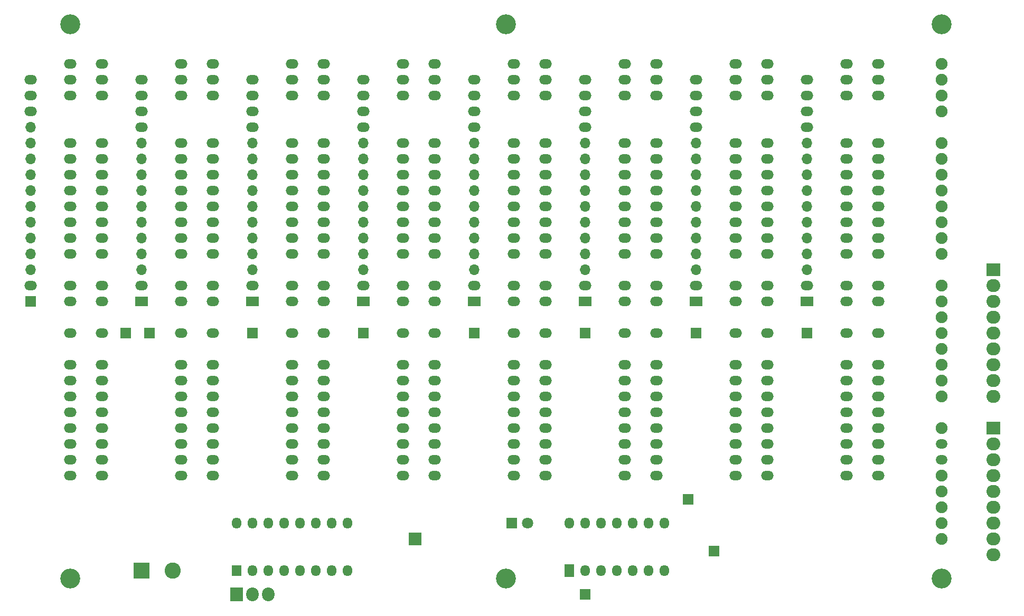
<source format=gbr>
%TF.GenerationSoftware,KiCad,Pcbnew,(5.1.8)-1*%
%TF.CreationDate,2025-08-13T23:43:51+03:00*%
%TF.ProjectId,Regs-v6,52656773-2d76-4362-9e6b-696361645f70,rev?*%
%TF.SameCoordinates,Original*%
%TF.FileFunction,Soldermask,Top*%
%TF.FilePolarity,Negative*%
%FSLAX46Y46*%
G04 Gerber Fmt 4.6, Leading zero omitted, Abs format (unit mm)*
G04 Created by KiCad (PCBNEW (5.1.8)-1) date 2025-08-13 23:43:51*
%MOMM*%
%LPD*%
G01*
G04 APERTURE LIST*
%ADD10R,1.700000X1.700000*%
%ADD11C,1.800000*%
%ADD12R,1.800000X1.800000*%
%ADD13O,2.000000X1.500000*%
%ADD14O,1.700000X1.700000*%
%ADD15R,2.000000X1.500000*%
%ADD16O,2.200000X2.100000*%
%ADD17R,2.200000X2.100000*%
%ADD18O,1.900000X1.900000*%
%ADD19O,1.900000X1.500000*%
%ADD20C,2.600000*%
%ADD21R,2.600000X2.600000*%
%ADD22O,1.500000X1.800000*%
%ADD23R,1.500000X2.000000*%
%ADD24R,1.500000X1.800000*%
%ADD25R,2.000000X2.000000*%
%ADD26O,2.000000X2.200000*%
%ADD27R,2.000000X2.200000*%
%ADD28C,3.200000*%
G04 APERTURE END LIST*
D10*
%TO.C,J24*%
X69850000Y-67310000D03*
%TD*%
%TO.C,J23*%
X123190000Y-67310000D03*
%TD*%
%TO.C,J22*%
X31750000Y-67310000D03*
%TD*%
%TO.C,J21*%
X105410000Y-67310000D03*
%TD*%
%TO.C,J10*%
X140970000Y-67310000D03*
%TD*%
%TO.C,J9*%
X121920000Y-93980000D03*
%TD*%
D11*
%TO.C,D1*%
X96202500Y-97790000D03*
D12*
X93662500Y-97790000D03*
%TD*%
D13*
%TO.C,J8*%
X16510000Y-26670000D03*
X16510000Y-29210000D03*
X16510000Y-31750000D03*
D14*
X16510000Y-34290000D03*
X16510000Y-36830000D03*
X16510000Y-39370000D03*
X16510000Y-41910000D03*
X16510000Y-44450000D03*
X16510000Y-46990000D03*
X16510000Y-49530000D03*
X16510000Y-52070000D03*
X16510000Y-54610000D03*
X16510000Y-57150000D03*
D13*
X16510000Y-59690000D03*
D10*
X16510000Y-62230000D03*
%TD*%
D13*
%TO.C,J7*%
X34290000Y-26670000D03*
X34290000Y-29210000D03*
X34290000Y-31750000D03*
X34290000Y-34290000D03*
D14*
X34290000Y-36830000D03*
X34290000Y-39370000D03*
X34290000Y-41910000D03*
X34290000Y-44450000D03*
X34290000Y-46990000D03*
X34290000Y-49530000D03*
X34290000Y-52070000D03*
X34290000Y-54610000D03*
X34290000Y-57150000D03*
D13*
X34290000Y-59690000D03*
D15*
X34290000Y-62230000D03*
%TD*%
D13*
%TO.C,J6*%
X52070000Y-26670000D03*
X52070000Y-29210000D03*
X52070000Y-31750000D03*
X52070000Y-34290000D03*
D14*
X52070000Y-36830000D03*
X52070000Y-39370000D03*
X52070000Y-41910000D03*
X52070000Y-44450000D03*
X52070000Y-46990000D03*
X52070000Y-49530000D03*
X52070000Y-52070000D03*
X52070000Y-54610000D03*
X52070000Y-57150000D03*
D13*
X52070000Y-59690000D03*
D15*
X52070000Y-62230000D03*
%TD*%
D13*
%TO.C,J5*%
X69850000Y-26670000D03*
X69850000Y-29210000D03*
X69850000Y-31750000D03*
X69850000Y-34290000D03*
D14*
X69850000Y-36830000D03*
X69850000Y-39370000D03*
X69850000Y-41910000D03*
X69850000Y-44450000D03*
X69850000Y-46990000D03*
X69850000Y-49530000D03*
X69850000Y-52070000D03*
X69850000Y-54610000D03*
X69850000Y-57150000D03*
D13*
X69850000Y-59690000D03*
D15*
X69850000Y-62230000D03*
%TD*%
D13*
%TO.C,J4*%
X87630000Y-26670000D03*
X87630000Y-29210000D03*
X87630000Y-31750000D03*
X87630000Y-34290000D03*
D14*
X87630000Y-36830000D03*
X87630000Y-39370000D03*
X87630000Y-41910000D03*
X87630000Y-44450000D03*
X87630000Y-46990000D03*
X87630000Y-49530000D03*
X87630000Y-52070000D03*
X87630000Y-54610000D03*
X87630000Y-57150000D03*
D13*
X87630000Y-59690000D03*
D15*
X87630000Y-62230000D03*
%TD*%
D13*
%TO.C,J3*%
X105410000Y-26670000D03*
X105410000Y-29210000D03*
X105410000Y-31750000D03*
X105410000Y-34290000D03*
D14*
X105410000Y-36830000D03*
X105410000Y-39370000D03*
X105410000Y-41910000D03*
X105410000Y-44450000D03*
X105410000Y-46990000D03*
X105410000Y-49530000D03*
X105410000Y-52070000D03*
X105410000Y-54610000D03*
X105410000Y-57150000D03*
D13*
X105410000Y-59690000D03*
D15*
X105410000Y-62230000D03*
%TD*%
D13*
%TO.C,J2*%
X123190000Y-26670000D03*
X123190000Y-29210000D03*
X123190000Y-31750000D03*
X123190000Y-34290000D03*
D14*
X123190000Y-36830000D03*
X123190000Y-39370000D03*
X123190000Y-41910000D03*
X123190000Y-44450000D03*
X123190000Y-46990000D03*
X123190000Y-49530000D03*
X123190000Y-52070000D03*
X123190000Y-54610000D03*
X123190000Y-57150000D03*
D13*
X123190000Y-59690000D03*
D15*
X123190000Y-62230000D03*
%TD*%
D13*
%TO.C,J1*%
X140970000Y-26670000D03*
X140970000Y-29210000D03*
X140970000Y-31750000D03*
X140970000Y-34290000D03*
D14*
X140970000Y-36830000D03*
X140970000Y-39370000D03*
X140970000Y-41910000D03*
X140970000Y-44450000D03*
X140970000Y-46990000D03*
X140970000Y-49530000D03*
X140970000Y-52070000D03*
X140970000Y-54610000D03*
X140970000Y-57150000D03*
D13*
X140970000Y-59690000D03*
D15*
X140970000Y-62230000D03*
%TD*%
D10*
%TO.C,J19*%
X35560000Y-67310000D03*
%TD*%
%TO.C,J20*%
X52070000Y-67310000D03*
%TD*%
D13*
%TO.C,U19*%
X22860000Y-24130000D03*
X22860000Y-26670000D03*
X22860000Y-29210000D03*
X22860000Y-36830000D03*
X22860000Y-39370000D03*
X22860000Y-41910000D03*
X22860000Y-44450000D03*
X22860000Y-46990000D03*
X22860000Y-49530000D03*
X22860000Y-52070000D03*
X22860000Y-54610000D03*
X22860000Y-59690000D03*
X22860000Y-62230000D03*
X22860000Y-67310000D03*
X22860000Y-72390000D03*
X22860000Y-74930000D03*
X22860000Y-77470000D03*
X22860000Y-80010000D03*
X22860000Y-82550000D03*
X22860000Y-85090000D03*
X22860000Y-87630000D03*
X22860000Y-90170000D03*
%TD*%
%TO.C,U18*%
X40640000Y-24130000D03*
X40640000Y-26670000D03*
X40640000Y-29210000D03*
X40640000Y-36830000D03*
X40640000Y-39370000D03*
X40640000Y-41910000D03*
X40640000Y-44450000D03*
X40640000Y-46990000D03*
X40640000Y-49530000D03*
X40640000Y-52070000D03*
X40640000Y-54610000D03*
X40640000Y-59690000D03*
X40640000Y-62230000D03*
X40640000Y-67310000D03*
X40640000Y-72390000D03*
X40640000Y-74930000D03*
X40640000Y-77470000D03*
X40640000Y-80010000D03*
X40640000Y-82550000D03*
X40640000Y-85090000D03*
X40640000Y-87630000D03*
X40640000Y-90170000D03*
%TD*%
%TO.C,U17*%
X58420000Y-24130000D03*
X58420000Y-26670000D03*
X58420000Y-29210000D03*
X58420000Y-36830000D03*
X58420000Y-39370000D03*
X58420000Y-41910000D03*
X58420000Y-44450000D03*
X58420000Y-46990000D03*
X58420000Y-49530000D03*
X58420000Y-52070000D03*
X58420000Y-54610000D03*
X58420000Y-59690000D03*
X58420000Y-62230000D03*
X58420000Y-67310000D03*
X58420000Y-72390000D03*
X58420000Y-74930000D03*
X58420000Y-77470000D03*
X58420000Y-80010000D03*
X58420000Y-82550000D03*
X58420000Y-85090000D03*
X58420000Y-87630000D03*
X58420000Y-90170000D03*
%TD*%
%TO.C,U16*%
X76200000Y-24130000D03*
X76200000Y-26670000D03*
X76200000Y-29210000D03*
X76200000Y-36830000D03*
X76200000Y-39370000D03*
X76200000Y-41910000D03*
X76200000Y-44450000D03*
X76200000Y-46990000D03*
X76200000Y-49530000D03*
X76200000Y-52070000D03*
X76200000Y-54610000D03*
X76200000Y-59690000D03*
X76200000Y-62230000D03*
X76200000Y-67310000D03*
X76200000Y-72390000D03*
X76200000Y-74930000D03*
X76200000Y-77470000D03*
X76200000Y-80010000D03*
X76200000Y-82550000D03*
X76200000Y-85090000D03*
X76200000Y-87630000D03*
X76200000Y-90170000D03*
%TD*%
%TO.C,U12*%
X93980000Y-24130000D03*
X93980000Y-26670000D03*
X93980000Y-29210000D03*
X93980000Y-36830000D03*
X93980000Y-39370000D03*
X93980000Y-41910000D03*
X93980000Y-44450000D03*
X93980000Y-46990000D03*
X93980000Y-49530000D03*
X93980000Y-52070000D03*
X93980000Y-54610000D03*
X93980000Y-59690000D03*
X93980000Y-62230000D03*
X93980000Y-67310000D03*
X93980000Y-72390000D03*
X93980000Y-74930000D03*
X93980000Y-77470000D03*
X93980000Y-80010000D03*
X93980000Y-82550000D03*
X93980000Y-85090000D03*
X93980000Y-87630000D03*
X93980000Y-90170000D03*
%TD*%
%TO.C,U11*%
X111760000Y-24130000D03*
X111760000Y-26670000D03*
X111760000Y-29210000D03*
X111760000Y-36830000D03*
X111760000Y-39370000D03*
X111760000Y-41910000D03*
X111760000Y-44450000D03*
X111760000Y-46990000D03*
X111760000Y-49530000D03*
X111760000Y-52070000D03*
X111760000Y-54610000D03*
X111760000Y-59690000D03*
X111760000Y-62230000D03*
X111760000Y-67310000D03*
X111760000Y-72390000D03*
X111760000Y-74930000D03*
X111760000Y-77470000D03*
X111760000Y-80010000D03*
X111760000Y-82550000D03*
X111760000Y-85090000D03*
X111760000Y-87630000D03*
X111760000Y-90170000D03*
%TD*%
%TO.C,U10*%
X129540000Y-24130000D03*
X129540000Y-26670000D03*
X129540000Y-29210000D03*
X129540000Y-36830000D03*
X129540000Y-39370000D03*
X129540000Y-41910000D03*
X129540000Y-44450000D03*
X129540000Y-46990000D03*
X129540000Y-49530000D03*
X129540000Y-52070000D03*
X129540000Y-54610000D03*
X129540000Y-59690000D03*
X129540000Y-62230000D03*
X129540000Y-67310000D03*
X129540000Y-72390000D03*
X129540000Y-74930000D03*
X129540000Y-77470000D03*
X129540000Y-80010000D03*
X129540000Y-82550000D03*
X129540000Y-85090000D03*
X129540000Y-87630000D03*
X129540000Y-90170000D03*
%TD*%
%TO.C,U9*%
X147320000Y-24130000D03*
X147320000Y-26670000D03*
X147320000Y-29210000D03*
X147320000Y-36830000D03*
X147320000Y-39370000D03*
X147320000Y-41910000D03*
X147320000Y-44450000D03*
X147320000Y-46990000D03*
X147320000Y-49530000D03*
X147320000Y-52070000D03*
X147320000Y-54610000D03*
X147320000Y-59690000D03*
X147320000Y-62230000D03*
X147320000Y-67310000D03*
X147320000Y-72390000D03*
X147320000Y-74930000D03*
X147320000Y-77470000D03*
X147320000Y-80010000D03*
X147320000Y-82550000D03*
X147320000Y-85090000D03*
X147320000Y-87630000D03*
X147320000Y-90170000D03*
%TD*%
D16*
%TO.C,J18*%
X170815000Y-77470000D03*
X170815000Y-74930000D03*
X170815000Y-72390000D03*
X170815000Y-69850000D03*
X170815000Y-67310000D03*
X170815000Y-64770000D03*
X170815000Y-62230000D03*
X170815000Y-59690000D03*
D17*
X170815000Y-57150000D03*
%TD*%
D16*
%TO.C,J17*%
X170815000Y-102870000D03*
X170815000Y-100330000D03*
X170815000Y-97790000D03*
X170815000Y-95250000D03*
X170815000Y-92710000D03*
X170815000Y-90170000D03*
X170815000Y-87630000D03*
X170815000Y-85090000D03*
D17*
X170815000Y-82550000D03*
%TD*%
D18*
%TO.C,U15*%
X162560000Y-24130000D03*
X162560000Y-26670000D03*
X162560000Y-29210000D03*
X162560000Y-31750000D03*
X162560000Y-36830000D03*
X162560000Y-39370000D03*
X162560000Y-41910000D03*
X162560000Y-44450000D03*
X162560000Y-46990000D03*
X162560000Y-49530000D03*
X162560000Y-52070000D03*
X162560000Y-54610000D03*
X162560000Y-59690000D03*
X162560000Y-62230000D03*
X162560000Y-64770000D03*
X162560000Y-67310000D03*
X162560000Y-69850000D03*
X162560000Y-72390000D03*
X162560000Y-74930000D03*
X162560000Y-77470000D03*
X162560000Y-82550000D03*
D19*
X162560000Y-85090000D03*
X162560000Y-87630000D03*
D18*
X162560000Y-90170000D03*
X162560000Y-92710000D03*
X162560000Y-95250000D03*
X162560000Y-97790000D03*
X162560000Y-100330000D03*
%TD*%
D20*
%TO.C,J16*%
X39290000Y-105410000D03*
D21*
X34290000Y-105410000D03*
%TD*%
D22*
%TO.C,U14*%
X102870000Y-97790000D03*
X118110000Y-105410000D03*
X105410000Y-97790000D03*
X115570000Y-105410000D03*
X107950000Y-97790000D03*
X113030000Y-105410000D03*
X110490000Y-97790000D03*
X110490000Y-105410000D03*
X113030000Y-97790000D03*
X107950000Y-105410000D03*
X115570000Y-97790000D03*
X105410000Y-105410000D03*
X118110000Y-97790000D03*
D23*
X102870000Y-105410000D03*
%TD*%
D22*
%TO.C,U13*%
X49530000Y-97790000D03*
X67310000Y-105410000D03*
X52070000Y-97790000D03*
X64770000Y-105410000D03*
X54610000Y-97790000D03*
X62230000Y-105410000D03*
X57150000Y-97790000D03*
X59690000Y-105410000D03*
X59690000Y-97790000D03*
X57150000Y-105410000D03*
X62230000Y-97790000D03*
X54610000Y-105410000D03*
X64770000Y-97790000D03*
X52070000Y-105410000D03*
X67310000Y-97790000D03*
D24*
X49530000Y-105410000D03*
%TD*%
D10*
%TO.C,J15*%
X105410000Y-109220000D03*
%TD*%
%TO.C,J14*%
X126047500Y-102235000D03*
%TD*%
%TO.C,J13*%
X87630000Y-67310000D03*
%TD*%
D25*
%TO.C,J12*%
X78105000Y-100330000D03*
%TD*%
D26*
%TO.C,J11*%
X54610000Y-109220000D03*
X52070000Y-109220000D03*
D27*
X49530000Y-109220000D03*
%TD*%
D28*
%TO.C,H6*%
X162560000Y-106680000D03*
%TD*%
%TO.C,H4*%
X162560000Y-17780000D03*
%TD*%
%TO.C,H2*%
X92710000Y-106680000D03*
%TD*%
%TO.C,H5*%
X92710000Y-17780000D03*
%TD*%
%TO.C,H3*%
X22860000Y-106680000D03*
%TD*%
%TO.C,H1*%
X22860000Y-17780000D03*
%TD*%
D13*
%TO.C,U1*%
X152400000Y-24130000D03*
X152400000Y-26670000D03*
X152400000Y-29210000D03*
X152400000Y-36830000D03*
X152400000Y-39370000D03*
X152400000Y-41910000D03*
X152400000Y-44450000D03*
X152400000Y-46990000D03*
X152400000Y-49530000D03*
X152400000Y-52070000D03*
X152400000Y-54610000D03*
X152400000Y-59690000D03*
X152400000Y-62230000D03*
X152400000Y-67310000D03*
X152400000Y-72390000D03*
X152400000Y-74930000D03*
X152400000Y-77470000D03*
X152400000Y-80010000D03*
X152400000Y-82550000D03*
X152400000Y-85090000D03*
X152400000Y-87630000D03*
X152400000Y-90170000D03*
%TD*%
%TO.C,U8*%
X27940000Y-24130000D03*
X27940000Y-26670000D03*
X27940000Y-29210000D03*
X27940000Y-36830000D03*
X27940000Y-39370000D03*
X27940000Y-41910000D03*
X27940000Y-44450000D03*
X27940000Y-46990000D03*
X27940000Y-49530000D03*
X27940000Y-52070000D03*
X27940000Y-54610000D03*
X27940000Y-59690000D03*
X27940000Y-62230000D03*
X27940000Y-67310000D03*
X27940000Y-72390000D03*
X27940000Y-74930000D03*
X27940000Y-77470000D03*
X27940000Y-80010000D03*
X27940000Y-82550000D03*
X27940000Y-85090000D03*
X27940000Y-87630000D03*
X27940000Y-90170000D03*
%TD*%
%TO.C,U6*%
X63500000Y-24130000D03*
X63500000Y-26670000D03*
X63500000Y-29210000D03*
X63500000Y-36830000D03*
X63500000Y-39370000D03*
X63500000Y-41910000D03*
X63500000Y-44450000D03*
X63500000Y-46990000D03*
X63500000Y-49530000D03*
X63500000Y-52070000D03*
X63500000Y-54610000D03*
X63500000Y-59690000D03*
X63500000Y-62230000D03*
X63500000Y-67310000D03*
X63500000Y-72390000D03*
X63500000Y-74930000D03*
X63500000Y-77470000D03*
X63500000Y-80010000D03*
X63500000Y-82550000D03*
X63500000Y-85090000D03*
X63500000Y-87630000D03*
X63500000Y-90170000D03*
%TD*%
%TO.C,U4*%
X99060000Y-24130000D03*
X99060000Y-26670000D03*
X99060000Y-29210000D03*
X99060000Y-36830000D03*
X99060000Y-39370000D03*
X99060000Y-41910000D03*
X99060000Y-44450000D03*
X99060000Y-46990000D03*
X99060000Y-49530000D03*
X99060000Y-52070000D03*
X99060000Y-54610000D03*
X99060000Y-59690000D03*
X99060000Y-62230000D03*
X99060000Y-67310000D03*
X99060000Y-72390000D03*
X99060000Y-74930000D03*
X99060000Y-77470000D03*
X99060000Y-80010000D03*
X99060000Y-82550000D03*
X99060000Y-85090000D03*
X99060000Y-87630000D03*
X99060000Y-90170000D03*
%TD*%
%TO.C,U2*%
X134620000Y-24130000D03*
X134620000Y-26670000D03*
X134620000Y-29210000D03*
X134620000Y-36830000D03*
X134620000Y-39370000D03*
X134620000Y-41910000D03*
X134620000Y-44450000D03*
X134620000Y-46990000D03*
X134620000Y-49530000D03*
X134620000Y-52070000D03*
X134620000Y-54610000D03*
X134620000Y-59690000D03*
X134620000Y-62230000D03*
X134620000Y-67310000D03*
X134620000Y-72390000D03*
X134620000Y-74930000D03*
X134620000Y-77470000D03*
X134620000Y-80010000D03*
X134620000Y-82550000D03*
X134620000Y-85090000D03*
X134620000Y-87630000D03*
X134620000Y-90170000D03*
%TD*%
%TO.C,U7*%
X45720000Y-24130000D03*
X45720000Y-26670000D03*
X45720000Y-29210000D03*
X45720000Y-36830000D03*
X45720000Y-39370000D03*
X45720000Y-41910000D03*
X45720000Y-44450000D03*
X45720000Y-46990000D03*
X45720000Y-49530000D03*
X45720000Y-52070000D03*
X45720000Y-54610000D03*
X45720000Y-59690000D03*
X45720000Y-62230000D03*
X45720000Y-67310000D03*
X45720000Y-72390000D03*
X45720000Y-74930000D03*
X45720000Y-77470000D03*
X45720000Y-80010000D03*
X45720000Y-82550000D03*
X45720000Y-85090000D03*
X45720000Y-87630000D03*
X45720000Y-90170000D03*
%TD*%
%TO.C,U5*%
X81280000Y-24130000D03*
X81280000Y-26670000D03*
X81280000Y-29210000D03*
X81280000Y-36830000D03*
X81280000Y-39370000D03*
X81280000Y-41910000D03*
X81280000Y-44450000D03*
X81280000Y-46990000D03*
X81280000Y-49530000D03*
X81280000Y-52070000D03*
X81280000Y-54610000D03*
X81280000Y-59690000D03*
X81280000Y-62230000D03*
X81280000Y-67310000D03*
X81280000Y-72390000D03*
X81280000Y-74930000D03*
X81280000Y-77470000D03*
X81280000Y-80010000D03*
X81280000Y-82550000D03*
X81280000Y-85090000D03*
X81280000Y-87630000D03*
X81280000Y-90170000D03*
%TD*%
%TO.C,U3*%
X116840000Y-24130000D03*
X116840000Y-26670000D03*
X116840000Y-29210000D03*
X116840000Y-36830000D03*
X116840000Y-39370000D03*
X116840000Y-41910000D03*
X116840000Y-44450000D03*
X116840000Y-46990000D03*
X116840000Y-49530000D03*
X116840000Y-52070000D03*
X116840000Y-54610000D03*
X116840000Y-59690000D03*
X116840000Y-62230000D03*
X116840000Y-67310000D03*
X116840000Y-72390000D03*
X116840000Y-74930000D03*
X116840000Y-77470000D03*
X116840000Y-80010000D03*
X116840000Y-82550000D03*
X116840000Y-85090000D03*
X116840000Y-87630000D03*
X116840000Y-90170000D03*
%TD*%
M02*

</source>
